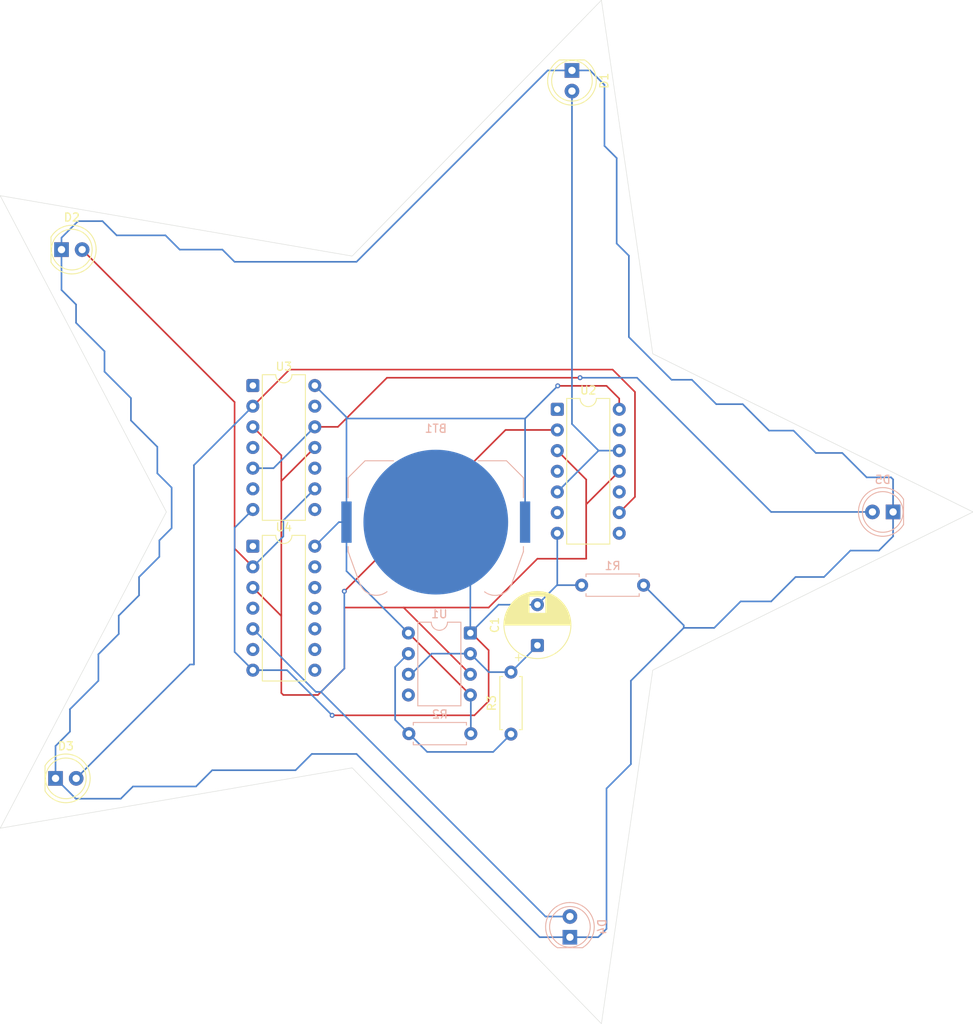
<source format=kicad_pcb>
(kicad_pcb (version 20241229) (generator "pcbnew") (generator_version "9.0")
  (layers (0 "F.Cu" signal) (2 "B.Cu" signal) (13 "F.Paste" user) (15 "B.Paste" user) (5 "F.SilkS" user "F.Silkscreen") (7 "B.SilkS" user "B.Silkscreen") (1 "F.Mask" user) (3 "B.Mask" user) (25 "Edge.Cuts" user))
  (net 0 "")
  (net 1 "Net-(BT1-+)")
  (net 2 "Net-(BT1--)")
  (net 3 "Net-(U1-THR)")
  (net 4 "Net-(D1-A)")
  (net 5 "Net-(D1-K)")
  (net 6 "Net-(D2-A)")
  (net 7 "Net-(D3-A)")
  (net 8 "Net-(D4-A)")
  (net 9 "Net-(D5-A)")
  (net 10 "Net-(U1-DIS)")
  (net 12 "Net-(U1-Q)")
  (footprint "Resistor_THT:R_Axial_DIN0207_L6.3mm_D2.5mm_P7.62mm_Horizontal" (layer "F.Cu") (at 110.75 127.31 90)
    (property "Reference" "R3" (at 3.81 -2.37 90) (layer "F.SilkS"))
    (property "Value" "R")
    (fp_line (start 7.08 -1.37) (end 7.08 -1.04) (stroke (width 0.12)) (layer "F.SilkS"))
    (fp_line (start 0.54 -1.37) (end 7.08 -1.37) (stroke (width 0.12)) (layer "F.SilkS"))
    (fp_line (start 0.54 -1.04) (end 0.54 -1.37) (stroke (width 0.12)) (layer "F.SilkS"))
    (fp_line (start 0.54 1.04) (end 0.54 1.37) (stroke (width 0.12)) (layer "F.SilkS"))
    (fp_line (start 7.08 1.37) (end 7.08 1.04) (stroke (width 0.12)) (layer "F.SilkS"))
    (fp_line (start 0.54 1.37) (end 7.08 1.37) (stroke (width 0.12)) (layer "F.SilkS"))
    (pad "1" thru_hole circle (at 0 0 90) (size 1.6 1.6) (drill 0.8) (layers "*.Cu" "*.Mask") (net 10 "Net-(U1-DIS)"))
    (pad "2" thru_hole circle (at 7.62 0 90) (size 1.6 1.6) (drill 0.8) (layers "*.Cu" "*.Mask") (net 3 "Net-(U1-THR)"))
  )
  (footprint "Package_DIP:DIP-14_W7.62mm" (layer "F.Cu") (at 116.445 87.38)
    (property "Reference" "U2" (at 3.81 -2.33 0) (layer "F.SilkS"))
    (property "Value" "74LS74")
    (fp_line (start 1.16 -1.33) (end 1.16 16.57) (stroke (width 0.12)) (layer "F.SilkS"))
    (fp_line (start 1.16 16.57) (end 6.46 16.57) (stroke (width 0.12)) (layer "F.SilkS"))
    (fp_line (start 2.81 -1.33) (end 1.16 -1.33) (stroke (width 0.12)) (layer "F.SilkS"))
    (fp_line (start 6.46 -1.33) (end 4.81 -1.33) (stroke (width 0.12)) (layer "F.SilkS"))
    (fp_line (start 6.46 16.57) (end 6.46 -1.33) (stroke (width 0.12)) (layer "F.SilkS"))
    (fp_arc (start 4.81 -1.33) (mid 3.81 -0.33) (end 2.81 -1.33) (stroke (width 0.12)) (layer "F.SilkS"))
    (pad "1" thru_hole roundrect (at 0 0) (size 1.6 1.6) (drill 0.8) (layers "*.Cu" "*.Mask") (roundrect_rratio 0.15625))
    (pad "2" thru_hole circle (at 0 2.54) (size 1.6 1.6) (drill 0.8) (layers "*.Cu" "*.Mask") (net 8 "Net-(D4-A)"))
    (pad "3" thru_hole circle (at 0 5.08) (size 1.6 1.6) (drill 0.8) (layers "*.Cu" "*.Mask") (net 12 "Net-(U1-Q)"))
    (pad "4" thru_hole circle (at 0 7.62) (size 1.6 1.6) (drill 0.8) (layers "*.Cu" "*.Mask"))
    (pad "5" thru_hole circle (at 0 10.16) (size 1.6 1.6) (drill 0.8) (layers "*.Cu" "*.Mask") (net 4 "Net-(D1-A)"))
    (pad "6" thru_hole circle (at 0 12.7) (size 1.6 1.6) (drill 0.8) (layers "*.Cu" "*.Mask"))
    (pad "7" thru_hole circle (at 0 15.24) (size 1.6 1.6) (drill 0.8) (layers "*.Cu" "*.Mask") (net 2 "Net-(BT1--)"))
    (pad "8" thru_hole circle (at 7.62 15.24) (size 1.6 1.6) (drill 0.8) (layers "*.Cu" "*.Mask"))
    (pad "9" thru_hole circle (at 7.62 12.7) (size 1.6 1.6) (drill 0.8) (layers "*.Cu" "*.Mask") (net 7 "Net-(D3-A)"))
    (pad "10" thru_hole circle (at 7.62 10.16) (size 1.6 1.6) (drill 0.8) (layers "*.Cu" "*.Mask"))
    (pad "11" thru_hole circle (at 7.62 7.62) (size 1.6 1.6) (drill 0.8) (layers "*.Cu" "*.Mask") (net 12 "Net-(U1-Q)"))
    (pad "12" thru_hole circle (at 7.62 5.08) (size 1.6 1.6) (drill 0.8) (layers "*.Cu" "*.Mask") (net 4 "Net-(D1-A)"))
    (pad "13" thru_hole circle (at 7.62 2.54) (size 1.6 1.6) (drill 0.8) (layers "*.Cu" "*.Mask"))
    (pad "14" thru_hole circle (at 7.62 0) (size 1.6 1.6) (drill 0.8) (layers "*.Cu" "*.Mask") (net 1 "Net-(BT1-+)"))
  )
  (footprint "LED_THT:LED_D5.0mm" (layer "F.Cu") (at 118.25 45.725 -90)
    (property "Reference" "D1" (at 1.27 -3.96 90) (layer "F.SilkS"))
    (property "Value" "LED")
    (fp_line (start -1.29 -1.545) (end -1.29 1.545) (stroke (width 0.12)) (layer "F.SilkS"))
    (fp_arc (start 4.26 0) (mid 2.071779 2.880495) (end -1.29 1.54483) (stroke (width 0.12)) (layer "F.SilkS"))
    (fp_arc (start -1.29 -1.54483) (mid 2.071779 -2.880495) (end 4.26 0) (stroke (width 0.12)) (layer "F.SilkS"))
    (fp_circle (center 1.27 0) (end 3.77 0) (stroke (width 0.12)) (fill no) (layer "F.SilkS"))
    (pad "1" thru_hole rect (at 0 0 270) (size 1.8 1.8) (drill 0.9) (layers "*.Cu" "*.Mask") (net 5 "Net-(D1-K)"))
    (pad "2" thru_hole circle (at 2.54 0 270) (size 1.8 1.8) (drill 0.9) (layers "*.Cu" "*.Mask") (net 4 "Net-(D1-A)"))
  )
  (footprint "Package_DIP:DIP-14_W7.62mm" (layer "F.Cu") (at 79 84.46)
    (property "Reference" "U3" (at 3.81 -2.33 0) (layer "F.SilkS"))
    (property "Value" "74LS74")
    (fp_line (start 1.16 -1.33) (end 1.16 16.57) (stroke (width 0.12)) (layer "F.SilkS"))
    (fp_line (start 1.16 16.57) (end 6.46 16.57) (stroke (width 0.12)) (layer "F.SilkS"))
    (fp_line (start 2.81 -1.33) (end 1.16 -1.33) (stroke (width 0.12)) (layer "F.SilkS"))
    (fp_line (start 6.46 -1.33) (end 4.81 -1.33) (stroke (width 0.12)) (layer "F.SilkS"))
    (fp_line (start 6.46 16.57) (end 6.46 -1.33) (stroke (width 0.12)) (layer "F.SilkS"))
    (fp_arc (start 4.81 -1.33) (mid 3.81 -0.33) (end 2.81 -1.33) (stroke (width 0.12)) (layer "F.SilkS"))
    (pad "1" thru_hole roundrect (at 0 0) (size 1.6 1.6) (drill 0.8) (layers "*.Cu" "*.Mask") (roundrect_rratio 0.15625))
    (pad "2" thru_hole circle (at 0 2.54) (size 1.6 1.6) (drill 0.8) (layers "*.Cu" "*.Mask") (net 7 "Net-(D3-A)"))
    (pad "3" thru_hole circle (at 0 5.08) (size 1.6 1.6) (drill 0.8) (layers "*.Cu" "*.Mask") (net 12 "Net-(U1-Q)"))
    (pad "4" thru_hole circle (at 0 7.62) (size 1.6 1.6) (drill 0.8) (layers "*.Cu" "*.Mask"))
    (pad "5" thru_hole circle (at 0 10.16) (size 1.6 1.6) (drill 0.8) (layers "*.Cu" "*.Mask") (net 9 "Net-(D5-A)"))
    (pad "6" thru_hole circle (at 0 12.7) (size 1.6 1.6) (drill 0.8) (layers "*.Cu" "*.Mask"))
    (pad "7" thru_hole circle (at 0 15.24) (size 1.6 1.6) (drill 0.8) (layers "*.Cu" "*.Mask") (net 2 "Net-(BT1--)"))
    (pad "8" thru_hole circle (at 7.62 15.24) (size 1.6 1.6) (drill 0.8) (layers "*.Cu" "*.Mask"))
    (pad "9" thru_hole circle (at 7.62 12.7) (size 1.6 1.6) (drill 0.8) (layers "*.Cu" "*.Mask") (net 6 "Net-(D2-A)"))
    (pad "10" thru_hole circle (at 7.62 10.16) (size 1.6 1.6) (drill 0.8) (layers "*.Cu" "*.Mask"))
    (pad "11" thru_hole circle (at 7.62 7.62) (size 1.6 1.6) (drill 0.8) (layers "*.Cu" "*.Mask") (net 12 "Net-(U1-Q)"))
    (pad "12" thru_hole circle (at 7.62 5.08) (size 1.6 1.6) (drill 0.8) (layers "*.Cu" "*.Mask") (net 9 "Net-(D5-A)"))
    (pad "13" thru_hole circle (at 7.62 2.54) (size 1.6 1.6) (drill 0.8) (layers "*.Cu" "*.Mask"))
    (pad "14" thru_hole circle (at 7.62 0) (size 1.6 1.6) (drill 0.8) (layers "*.Cu" "*.Mask") (net 1 "Net-(BT1-+)"))
  )
  (footprint "Capacitor_THT:CP_Radial_D8.0mm_P5.00mm" (layer "F.Cu") (at 114 116.402651 90)
    (property "Reference" "C1" (at 2.5 -5.25 90) (layer "F.SilkS"))
    (property "Value" "C")
    (fp_line (start 2.54 -4.08) (end 2.54 4.08) (stroke (width 0.12)) (layer "F.SilkS"))
    (fp_line (start 2.5 -4.08) (end 2.5 4.08) (stroke (width 0.12)) (layer "F.SilkS"))
    (fp_line (start 2.58 -4.079) (end 2.58 4.079) (stroke (width 0.12)) (layer "F.SilkS"))
    (fp_line (start 2.62 -4.078) (end 2.62 4.078) (stroke (width 0.12)) (layer "F.SilkS"))
    (fp_line (start 2.66 -4.077) (end 2.66 4.077) (stroke (width 0.12)) (layer "F.SilkS"))
    (fp_line (start 2.7 -4.075) (end 2.7 4.075) (stroke (width 0.12)) (layer "F.SilkS"))
    (fp_line (start 2.74 -4.073) (end 2.74 4.073) (stroke (width 0.12)) (layer "F.SilkS"))
    (fp_line (start 2.78 -4.07) (end 2.78 4.07) (stroke (width 0.12)) (layer "F.SilkS"))
    (fp_line (start 2.82 -4.068) (end 2.82 4.068) (stroke (width 0.12)) (layer "F.SilkS"))
    (fp_line (start 2.86 -4.064) (end 2.86 4.064) (stroke (width 0.12)) (layer "F.SilkS"))
    (fp_line (start 2.9 -4.061) (end 2.9 4.061) (stroke (width 0.12)) (layer "F.SilkS"))
    (fp_line (start 2.94 -4.056) (end 2.94 4.056) (stroke (width 0.12)) (layer "F.SilkS"))
    (fp_line (start 2.98 -4.052) (end 2.98 4.052) (stroke (width 0.12)) (layer "F.SilkS"))
    (fp_line (start 3.02 -4.047) (end 3.02 4.047) (stroke (width 0.12)) (layer "F.SilkS"))
    (fp_line (start 3.06 -4.042) (end 3.06 4.042) (stroke (width 0.12)) (layer "F.SilkS"))
    (fp_line (start 3.1 -4.036) (end 3.1 4.036) (stroke (width 0.12)) (layer "F.SilkS"))
    (fp_line (start 3.14 -4.03) (end 3.14 4.03) (stroke (width 0.12)) (layer "F.SilkS"))
    (fp_line (start 3.18 -4.023) (end 3.18 4.023) (stroke (width 0.12)) (layer "F.SilkS"))
    (fp_line (start 3.22 -4.017) (end 3.22 4.017) (stroke (width 0.12)) (layer "F.SilkS"))
    (fp_line (start 3.26 -4.009) (end 3.26 4.009) (stroke (width 0.12)) (layer "F.SilkS"))
    (fp_line (start 3.3 -4.002) (end 3.3 4.002) (stroke (width 0.12)) (layer "F.SilkS"))
    (fp_line (start 3.34 -3.993) (end 3.34 3.993) (stroke (width 0.12)) (layer "F.SilkS"))
    (fp_line (start 3.38 -3.985) (end 3.38 3.985) (stroke (width 0.12)) (layer "F.SilkS"))
    (fp_line (start 3.42 -3.976) (end 3.42 3.976) (stroke (width 0.12)) (layer "F.SilkS"))
    (fp_line (start 3.46 -3.967) (end 3.46 3.967) (stroke (width 0.12)) (layer "F.SilkS"))
    (fp_line (start 3.5 -3.957) (end 3.5 3.957) (stroke (width 0.12)) (layer "F.SilkS"))
    (fp_line (start 3.54 -3.947) (end 3.54 3.947) (stroke (width 0.12)) (layer "F.SilkS"))
    (fp_line (start 3.58 -3.936) (end 3.58 3.936) (stroke (width 0.12)) (layer "F.SilkS"))
    (fp_line (start 3.62 -3.925) (end 3.62 3.925) (stroke (width 0.12)) (layer "F.SilkS"))
    (fp_line (start 3.66 -3.913) (end 3.66 3.913) (stroke (width 0.12)) (layer "F.SilkS"))
    (fp_line (start 3.7 -3.901) (end 3.7 3.901) (stroke (width 0.12)) (layer "F.SilkS"))
    (fp_line (start 3.74 -3.889) (end 3.74 3.889) (stroke (width 0.12)) (layer "F.SilkS"))
    (fp_line (start 3.78 -3.876) (end 3.78 3.876) (stroke (width 0.12)) (layer "F.SilkS"))
    (fp_line (start 3.82 -3.863) (end 3.82 3.863) (stroke (width 0.12)) (layer "F.SilkS"))
    (fp_line (start 3.86 -3.849) (end 3.86 3.849) (stroke (width 0.12)) (layer "F.SilkS"))
    (fp_line (start 3.9 -3.835) (end 3.9 3.835) (stroke (width 0.12)) (layer "F.SilkS"))
    (fp_line (start 3.94 -3.82) (end 3.94 3.82) (stroke (width 0.12)) (layer "F.SilkS"))
    (fp_line (start 3.98 -3.805) (end 3.98 -1.04) (stroke (width 0.12)) (layer "F.SilkS"))
    (fp_line (start 4.02 -3.789) (end 4.02 -1.04) (stroke (width 0.12)) (layer "F.SilkS"))
    (fp_line (start 4.06 -3.773) (end 4.06 -1.04) (stroke (width 0.12)) (layer "F.SilkS"))
    (fp_line (start 4.1 -3.757) (end 4.1 -1.04) (stroke (width 0.12)) (layer "F.SilkS"))
    (fp_line (start 4.14 -3.74) (end 4.14 -1.04) (stroke (width 0.12)) (layer "F.SilkS"))
    (fp_line (start 4.18 -3.722) (end 4.18 -1.04) (stroke (width 0.12)) (layer "F.SilkS"))
    (fp_line (start 4.22 -3.704) (end 4.22 -1.04) (stroke (width 0.12)) (layer "F.SilkS"))
    (fp_line (start 4.26 -3.685) (end 4.26 -1.04) (stroke (width 0.12)) (layer "F.SilkS"))
    (fp_line (start 4.3 -3.666) (end 4.3 -1.04) (stroke (width 0.12)) (layer "F.SilkS"))
    (fp_line (start 4.34 -3.646) (end 4.34 -1.04) (stroke (width 0.12)) (layer "F.SilkS"))
    (fp_line (start 4.38 -3.626) (end 4.38 -1.04) (stroke (width 0.12)) (layer "F.SilkS"))
    (fp_line (start 4.42 -3.605) (end 4.42 -1.04) (stroke (width 0.12)) (layer "F.SilkS"))
    (fp_line (start 4.46 -3.584) (end 4.46 -1.04) (stroke (width 0.12)) (layer "F.SilkS"))
    (fp_line (start 4.5 -3.562) (end 4.5 -1.04) (stroke (width 0.12)) (layer "F.SilkS"))
    (fp_line (start 4.54 -3.539) (end 4.54 -1.04) (stroke (width 0.12)) (layer "F.SilkS"))
    (fp_line (start 4.58 -3.516) (end 4.58 -1.04) (stroke (width 0.12)) (layer "F.SilkS"))
    (fp_line (start 4.62 -3.493) (end 4.62 -1.04) (stroke (width 0.12)) (layer "F.SilkS"))
    (fp_line (start 4.66 -3.468) (end 4.66 -1.04) (stroke (width 0.12)) (layer "F.SilkS"))
    (fp_line (start 4.7 -3.443) (end 4.7 -1.04) (stroke (width 0.12)) (layer "F.SilkS"))
    (fp_line (start 4.74 -3.418) (end 4.74 -1.04) (stroke (width 0.12)) (layer "F.SilkS"))
    (fp_line (start 4.78 -3.392) (end 4.78 -1.04) (stroke (width 0.12)) (layer "F.SilkS"))
    (fp_line (start 4.82 -3.365) (end 4.82 -1.04) (stroke (width 0.12)) (layer "F.SilkS"))
    (fp_line (start 4.86 -3.337) (end 4.86 -1.04) (stroke (width 0.12)) (layer "F.SilkS"))
    (fp_line (start 4.9 -3.309) (end 4.9 -1.04) (stroke (width 0.12)) (layer "F.SilkS"))
    (fp_line (start 4.94 -3.28) (end 4.94 -1.04) (stroke (width 0.12)) (layer "F.SilkS"))
    (fp_line (start 4.98 -3.25) (end 4.98 -1.04) (stroke (width 0.12)) (layer "F.SilkS"))
    (fp_line (start 5.02 -3.219) (end 5.02 -1.04) (stroke (width 0.12)) (layer "F.SilkS"))
    (fp_line (start 5.06 -3.188) (end 5.06 -1.04) (stroke (width 0.12)) (layer "F.SilkS"))
    (fp_line (start 5.1 -3.156) (end 5.1 -1.04) (stroke (width 0.12)) (layer "F.SilkS"))
    (fp_line (start 5.14 -3.123) (end 5.14 -1.04) (stroke (width 0.12)) (layer "F.SilkS"))
    (fp_line (start 5.18 -3.089) (end 5.18 -1.04) (stroke (width 0.12)) (layer "F.SilkS"))
    (fp_line (start 5.22 -3.055) (end 5.22 -1.04) (stroke (width 0.12)) (layer "F.SilkS"))
    (fp_line (start 5.26 -3.019) (end 5.26 -1.04) (stroke (width 0.12)) (layer "F.SilkS"))
    (fp_line (start 5.3 -2.982) (end 5.3 -1.04) (stroke (width 0.12)) (layer "F.SilkS"))
    (fp_line (start 5.34 -2.945) (end 5.34 -1.04) (stroke (width 0.12)) (layer "F.SilkS"))
    (fp_line (start 5.38 -2.906) (end 5.38 -1.04) (stroke (width 0.12)) (layer "F.SilkS"))
    (fp_line (start 5.42 -2.867) (end 5.42 -1.04) (stroke (width 0.12)) (layer "F.SilkS"))
    (fp_line (start 5.46 -2.826) (end 5.46 -1.04) (stroke (width 0.12)) (layer "F.SilkS"))
    (fp_line (start 5.5 -2.784) (end 5.5 -1.04) (stroke (width 0.12)) (layer "F.SilkS"))
    (fp_line (start 5.54 -2.741) (end 5.54 -1.04) (stroke (width 0.12)) (layer "F.SilkS"))
    (fp_line (start -1.509698 -2.715) (end -1.509698 -1.915) (stroke (width 0.12)) (layer "F.SilkS"))
    (fp_line (start 5.58 -2.696) (end 5.58 -1.04) (stroke (width 0.12)) (layer "F.SilkS"))
    (fp_line (start 5.62 -2.651) (end 5.62 -1.04) (stroke (width 0.12)) (layer "F.SilkS"))
    (fp_line (start 5.66 -2.604) (end 5.66 -1.04) (stroke (width 0.12)) (layer "F.SilkS"))
    (fp_line (start 5.7 -2.555) (end 5.7 -1.04) (stroke (width 0.12)) (layer "F.SilkS"))
    (fp_line (start 5.74 -2.505) (end 5.74 -1.04) (stroke (width 0.12)) (layer "F.SilkS"))
    (fp_line (start 5.78 -2.453) (end 5.78 -1.04) (stroke (width 0.12)) (layer "F.SilkS"))
    (fp_line (start 5.82 -2.4) (end 5.82 -1.04) (stroke (width 0.12)) (layer "F.SilkS"))
    (fp_line (start 5.86 -2.344) (end 5.86 -1.04) (stroke (width 0.12)) (layer "F.SilkS"))
    (fp_line (start -1.909698 -2.315) (end -1.109698 -2.315) (stroke (width 0.12)) (layer "F.SilkS"))
    (fp_line (start 5.9 -2.287) (end 5.9 -1.04) (stroke (width 0.12)) (layer "F.SilkS"))
    (fp_line (start 5.94 -2.227) (end 5.94 -1.04) (stroke (width 0.12)) (layer "F.SilkS"))
    (fp_line (start 5.98 -2.165) (end 5.98 -1.04) (stroke (width 0.12)) (layer "F.SilkS"))
    (fp_line (start 6.02 -2.101) (end 6.02 -1.04) (stroke (width 0.12)) (layer "F.SilkS"))
    (fp_line (start 6.06 -2.034) (end 6.06 2.034) (stroke (width 0.12)) (layer "F.SilkS"))
    (fp_line (start 6.1 -1.964) (end 6.1 1.964) (stroke (width 0.12)) (layer "F.SilkS"))
    (fp_line (start 6.14 -1.89) (end 6.14 1.89) (stroke (width 0.12)) (layer "F.SilkS"))
    (fp_line (start 6.18 -1.813) (end 6.18 1.813) (stroke (width 0.12)) (layer "F.SilkS"))
    (fp_line (start 6.22 -1.731) (end 6.22 1.731) (stroke (width 0.12)) (layer "F.SilkS"))
    (fp_line (start 6.26 -1.644) (end 6.26 1.644) (stroke (width 0.12)) (layer "F.SilkS"))
    (fp_line (start 6.3 -1.552) (end 6.3 1.552) (stroke (width 0.12)) (layer "F.SilkS"))
    (fp_line (start 6.34 -1.453) (end 6.34 1.453) (stroke (width 0.12)) (layer "F.SilkS"))
    (fp_line (start 6.38 -1.346) (end 6.38 1.346) (stroke (width 0.12)) (layer "F.SilkS"))
    (fp_line (start 6.42 -1.228) (end 6.42 1.228) (stroke (width 0.12)) (layer "F.SilkS"))
    (fp_line (start 6.46 -1.097) (end 6.46 1.097) (stroke (width 0.12)) (layer "F.SilkS"))
    (fp_line (start 6.5 -0.947) (end 6.5 0.947) (stroke (width 0.12)) (layer "F.SilkS"))
    (fp_line (start 6.54 -0.768) (end 6.54 0.768) (stroke (width 0.12)) (layer "F.SilkS"))
    (fp_line (start 6.58 -0.533) (end 6.58 0.533) (stroke (width 0.12)) (layer "F.SilkS"))
    (fp_line (start 6.02 1.04) (end 6.02 2.101) (stroke (width 0.12)) (layer "F.SilkS"))
    (fp_line (start 5.98 1.04) (end 5.98 2.165) (stroke (width 0.12)) (layer "F.SilkS"))
    (fp_line (start 5.94 1.04) (end 5.94 2.227) (stroke (width 0.12)) (layer "F.SilkS"))
    (fp_line (start 5.9 1.04) (end 5.9 2.287) (stroke (width 0.12)) (layer "F.SilkS"))
    (fp_line (start 5.86 1.04) (end 5.86 2.344) (stroke (width 0.12)) (layer "F.SilkS"))
    (fp_line (start 5.82 1.04) (end 5.82 2.4) (stroke (width 0.12)) (layer "F.SilkS"))
    (fp_line (start 5.78 1.04) (end 5.78 2.453) (stroke (width 0.12)) (layer "F.SilkS"))
    (fp_line (start 5.74 1.04) (end 5.74 2.505) (stroke (width 0.12)) (layer "F.SilkS"))
    (fp_line (start 5.7 1.04) (end 5.7 2.555) (stroke (width 0.12)) (layer "F.SilkS"))
    (fp_line (start 5.66 1.04) (end 5.66 2.604) (stroke (width 0.12)) (layer "F.SilkS"))
    (fp_line (start 5.62 1.04) (end 5.62 2.651) (stroke (width 0.12)) (layer "F.SilkS"))
    (fp_line (start 5.58 1.04) (end 5.58 2.696) (stroke (width 0.12)) (layer "F.SilkS"))
    (fp_line (start 5.54 1.04) (end 5.54 2.741) (stroke (width 0.12)) (layer "F.SilkS"))
    (fp_line (start 5.5 1.04) (end 5.5 2.784) (stroke (width 0.12)) (layer "F.SilkS"))
    (fp_line (start 5.46 1.04) (end 5.46 2.826) (stroke (width 0.12)) (layer "F.SilkS"))
    (fp_line (start 5.42 1.04) (end 5.42 2.867) (stroke (width 0.12)) (layer "F.SilkS"))
    (fp_line (start 5.38 1.04) (end 5.38 2.906) (stroke (width 0.12)) (layer "F.SilkS"))
    (fp_line (start 5.34 1.04) (end 5.34 2.945) (stroke (width 0.12)) (layer "F.SilkS"))
    (fp_line (start 5.3 1.04) (end 5.3 2.982) (stroke (width 0.12)) (layer "F.SilkS"))
    (fp_line (start 5.26 1.04) (end 5.26 3.019) (stroke (width 0.12)) (layer "F.SilkS"))
    (fp_line (start 5.22 1.04) (end 5.22 3.055) (stroke (width 0.12)) (layer "F.SilkS"))
    (fp_line (start 5.18 1.04) (end 5.18 3.089) (stroke (width 0.12)) (layer "F.SilkS"))
    (fp_line (start 5.14 1.04) (end 5.14 3.123) (stroke (width 0.12)) (layer "F.SilkS"))
    (fp_line (start 5.1 1.04) (end 5.1 3.156) (stroke (width 0.12)) (layer "F.SilkS"))
    (fp_line (start 5.06 1.04) (end 5.06 3.188) (stroke (width 0.12)) (layer "F.SilkS"))
    (fp_line (start 5.02 1.04) (end 5.02 3.219) (stroke (width 0.12)) (layer "F.SilkS"))
    (fp_line (start 4.98 1.04) (end 4.98 3.25) (stroke (width 0.12)) (layer "F.SilkS"))
    (fp_line (start 4.94 1.04) (end 4.94 3.28) (stroke (width 0.12)) (layer "F.SilkS"))
    (fp_line (start 4.9 1.04) (end 4.9 3.309) (stroke (width 0.12)) (layer "F.SilkS"))
    (fp_line (start 4.86 1.04) (end 4.86 3.337) (stroke (width 0.12)) (layer "F.SilkS"))
    (fp_line (start 4.82 1.04) (end 4.82 3.365) (stroke (width 0.12)) (layer "F.SilkS"))
    (fp_line (start 4.78 1.04) (end 4.78 3.392) (stroke (width 0.12)) (layer "F.SilkS"))
    (fp_line (start 4.74 1.04) (end 4.74 3.418) (stroke (width 0.12)) (layer "F.SilkS"))
    (fp_line (start 4.7 1.04) (end 4.7 3.443) (stroke (width 0.12)) (layer "F.SilkS"))
    (fp_line (start 4.66 1.04) (end 4.66 3.468) (stroke (width 0.12)) (layer "F.SilkS"))
    (fp_line (start 4.62 1.04) (end 4.62 3.493) (stroke (width 0.12)) (layer "F.SilkS"))
    (fp_line (start 4.58 1.04) (end 4.58 3.516) (stroke (width 0.12)) (layer "F.SilkS"))
    (fp_line (start 4.54 1.04) (end 4.54 3.539) (stroke (width 0.12)) (layer "F.SilkS"))
    (fp_line (start 4.5 1.04) (end 4.5 3.562) (stroke (width 0.12)) (layer "F.SilkS"))
    (fp_line (start 4.46 1.04) (end 4.46 3.584) (stroke (width 0.12)) (layer "F.SilkS"))
    (fp_line (start 4.42 1.04) (end 4.42 3.605) (stroke (width 0.12)) (layer "F.SilkS"))
    (fp_line (start 4.38 1.04) (end 4.38 3.626) (stroke (width 0.12)) (layer "F.SilkS"))
    (fp_line (start 4.34 1.04) (end 4.34 3.646) (stroke (width 0.12)) (layer "F.SilkS"))
    (fp_line (start 4.3 1.04) (end 4.3 3.666) (stroke (width 0.12)) (layer "F.SilkS"))
    (fp_line (start 4.26 1.04) (end 4.26 3.685) (stroke (width 0.12)) (layer "F.SilkS"))
    (fp_line (start 4.22 1.04) (end 4.22 3.704) (stroke (width 0.12)) (layer "F.SilkS"))
    (fp_line (start 4.18 1.04) (end 4.18 3.722) (stroke (width 0.12)) (layer "F.SilkS"))
    (fp_line (start 4.14 1.04) (end 4.14 3.74) (stroke (width 0.12)) (layer "F.SilkS"))
    (fp_line (start 4.1 1.04) (end 4.1 3.757) (stroke (width 0.12)) (layer "F.SilkS"))
    (fp_line (start 4.06 1.04) (end 4.06 3.773) (stroke (width 0.12)) (layer "F.SilkS"))
    (fp_line (start 4.02 1.04) (end 4.02 3.789) (stroke (width 0.12)) (layer "F.SilkS"))
    (fp_line (start 3.98 1.04) (end 3.98 3.805) (stroke (width 0.12)) (layer "F.SilkS"))
    (fp_circle (center 2.5 0) (end 6.62 0) (stroke (width 0.12)) (fill no) (layer "F.SilkS"))
    (pad "1" thru_hole roundrect (at 0 0 90) (size 1.6 1.6) (drill 0.8) (layers "*.Cu" "*.Mask") (roundrect_rratio 0.15625) (net 3 "Net-(U1-THR)"))
    (pad "2" thru_hole circle (at 5 0 90) (size 1.6 1.6) (drill 0.8) (layers "*.Cu" "*.Mask") (net 2 "Net-(BT1--)"))
  )
  (footprint "Package_DIP:DIP-14_W7.62mm" (layer "F.Cu") (at 79 104.21)
    (property "Reference" "U4" (at 3.81 -2.33 0) (layer "F.SilkS"))
    (property "Value" "74LS74")
    (fp_line (start 1.16 -1.33) (end 1.16 16.57) (stroke (width 0.12)) (layer "F.SilkS"))
    (fp_line (start 1.16 16.57) (end 6.46 16.57) (stroke (width 0.12)) (layer "F.SilkS"))
    (fp_line (start 2.81 -1.33) (end 1.16 -1.33) (stroke (width 0.12)) (layer "F.SilkS"))
    (fp_line (start 6.46 -1.33) (end 4.81 -1.33) (stroke (width 0.12)) (layer "F.SilkS"))
    (fp_line (start 6.46 16.57) (end 6.46 -1.33) (stroke (width 0.12)) (layer "F.SilkS"))
    (fp_arc (start 4.81 -1.33) (mid 3.81 -0.33) (end 2.81 -1.33) (stroke (width 0.12)) (layer "F.SilkS"))
    (pad "1" thru_hole roundrect (at 0 0) (size 1.6 1.6) (drill 0.8) (layers "*.Cu" "*.Mask") (roundrect_rratio 0.15625))
    (pad "2" thru_hole circle (at 0 2.54) (size 1.6 1.6) (drill 0.8) (layers "*.Cu" "*.Mask") (net 6 "Net-(D2-A)"))
    (pad "3" thru_hole circle (at 0 5.08) (size 1.6 1.6) (drill 0.8) (layers "*.Cu" "*.Mask") (net 12 "Net-(U1-Q)"))
    (pad "4" thru_hole circle (at 0 7.62) (size 1.6 1.6) (drill 0.8) (layers "*.Cu" "*.Mask"))
    (pad "5" thru_hole circle (at 0 10.16) (size 1.6 1.6) (drill 0.8) (layers "*.Cu" "*.Mask") (net 8 "Net-(D4-A)"))
    (pad "6" thru_hole circle (at 0 12.7) (size 1.6 1.6) (drill 0.8) (layers "*.Cu" "*.Mask"))
    (pad "7" thru_hole circle (at 0 15.24) (size 1.6 1.6) (drill 0.8) (layers "*.Cu" "*.Mask") (net 2 "Net-(BT1--)"))
    (pad "8" thru_hole circle (at 7.62 15.24) (size 1.6 1.6) (drill 0.8) (layers "*.Cu" "*.Mask"))
    (pad "9" thru_hole circle (at 7.62 12.7) (size 1.6 1.6) (drill 0.8) (layers "*.Cu" "*.Mask"))
    (pad "10" thru_hole circle (at 7.62 10.16) (size 1.6 1.6) (drill 0.8) (layers "*.Cu" "*.Mask"))
    (pad "11" thru_hole circle (at 7.62 7.62) (size 1.6 1.6) (drill 0.8) (layers "*.Cu" "*.Mask"))
    (pad "12" thru_hole circle (at 7.62 5.08) (size 1.6 1.6) (drill 0.8) (layers "*.Cu" "*.Mask"))
    (pad "13" thru_hole circle (at 7.62 2.54) (size 1.6 1.6) (drill 0.8) (layers "*.Cu" "*.Mask"))
    (pad "14" thru_hole circle (at 7.62 0) (size 1.6 1.6) (drill 0.8) (layers "*.Cu" "*.Mask") (net 1 "Net-(BT1-+)"))
  )
  (footprint "LED_THT:LED_D5.0mm" (layer "F.Cu") (at 54.725 132.75)
    (property "Reference" "D3" (at 1.27 -3.96 0) (layer "F.SilkS"))
    (property "Value" "LED")
    (fp_line (start -1.29 -1.545) (end -1.29 1.545) (stroke (width 0.12)) (layer "F.SilkS"))
    (fp_arc (start -1.29 -1.54483) (mid 2.071779 -2.880495) (end 4.26 0) (stroke (width 0.12)) (layer "F.SilkS"))
    (fp_arc (start 4.26 0) (mid 2.071779 2.880495) (end -1.29 1.54483) (stroke (width 0.12)) (layer "F.SilkS"))
    (fp_circle (center 1.27 0) (end 3.77 0) (stroke (width 0.12)) (fill no) (layer "F.SilkS"))
    (pad "1" thru_hole rect (at 0 0) (size 1.8 1.8) (drill 0.9) (layers "*.Cu" "*.Mask") (net 5 "Net-(D1-K)"))
    (pad "2" thru_hole circle (at 2.54 0) (size 1.8 1.8) (drill 0.9) (layers "*.Cu" "*.Mask") (net 7 "Net-(D3-A)"))
  )
  (footprint "LED_THT:LED_D5.0mm" (layer "F.Cu") (at 55.46 67.75)
    (property "Reference" "D2" (at 1.27 -3.96 0) (layer "F.SilkS"))
    (property "Value" "LED")
    (fp_line (start -1.29 -1.545) (end -1.29 1.545) (stroke (width 0.12)) (layer "F.SilkS"))
    (fp_arc (start -1.29 -1.54483) (mid 2.071779 -2.880495) (end 4.26 0) (stroke (width 0.12)) (layer "F.SilkS"))
    (fp_arc (start 4.26 0) (mid 2.071779 2.880495) (end -1.29 1.54483) (stroke (width 0.12)) (layer "F.SilkS"))
    (fp_circle (center 1.27 0) (end 3.77 0) (stroke (width 0.12)) (fill no) (layer "F.SilkS"))
    (pad "1" thru_hole rect (at 0 0) (size 1.8 1.8) (drill 0.9) (layers "*.Cu" "*.Mask") (net 5 "Net-(D1-K)"))
    (pad "2" thru_hole circle (at 2.54 0) (size 1.8 1.8) (drill 0.9) (layers "*.Cu" "*.Mask") (net 6 "Net-(D2-A)"))
  )
  (footprint "LED_THT:LED_D5.0mm" (layer "B.Cu") (at 157.75 100 180)
    (property "Reference" "D5" (at 1.27 3.96 0) (layer "B.SilkS") (effects (justify mirror)))
    (property "Value" "LED")
    (fp_line (start -1.29 1.545) (end -1.29 -1.545) (stroke (width 0.12)) (layer "B.SilkS"))
    (fp_arc (start 4.26 0) (mid 2.071779 2.880495) (end -1.29 1.54483) (stroke (width 0.12)) (layer "B.SilkS"))
    (fp_arc (start -1.29 -1.54483) (mid 2.071779 -2.880495) (end 4.26 0) (stroke (width 0.12)) (layer "B.SilkS"))
    (fp_circle (center 1.27 0) (end 3.77 0) (stroke (width 0.12)) (fill no) (layer "B.SilkS"))
    (pad "1" thru_hole rect (at 0 0 180) (size 1.8 1.8) (drill 0.9) (layers "*.Cu" "*.Mask") (net 5 "Net-(D1-K)"))
    (pad "2" thru_hole circle (at 2.54 0 180) (size 1.8 1.8) (drill 0.9) (layers "*.Cu" "*.Mask") (net 9 "Net-(D5-A)"))
  )
  (footprint "Package_DIP:DIP-8_W7.62mm" (layer "B.Cu") (at 105.75 114.88 180)
    (property "Reference" "U1" (at 3.81 2.33 0) (layer "B.SilkS") (effects (justify mirror)))
    (property "Value" "LM555xN")
    (fp_line (start 6.46 1.33) (end 4.81 1.33) (stroke (width 0.12)) (layer "B.SilkS"))
    (fp_line (start 6.46 -8.95) (end 6.46 1.33) (stroke (width 0.12)) (layer "B.SilkS"))
    (fp_line (start 2.81 1.33) (end 1.16 1.33) (stroke (width 0.12)) (layer "B.SilkS"))
    (fp_line (start 1.16 1.33) (end 1.16 -8.95) (stroke (width 0.12)) (layer "B.SilkS"))
    (fp_line (start 1.16 -8.95) (end 6.46 -8.95) (stroke (width 0.12)) (layer "B.SilkS"))
    (fp_arc (start 2.81 1.33) (mid 3.81 0.33) (end 4.81 1.33) (stroke (width 0.12)) (layer "B.SilkS"))
    (pad "1" thru_hole roundrect (at 0 0 180) (size 1.6 1.6) (drill 0.8) (layers "*.Cu" "*.Mask") (roundrect_rratio 0.15625) (net 2 "Net-(BT1--)"))
    (pad "2" thru_hole circle (at 0 -2.54 180) (size 1.6 1.6) (drill 0.8) (layers "*.Cu" "*.Mask") (net 3 "Net-(U1-THR)"))
    (pad "3" thru_hole circle (at 0 -5.08 180) (size 1.6 1.6) (drill 0.8) (layers "*.Cu" "*.Mask") (net 12 "Net-(U1-Q)"))
    (pad "4" thru_hole circle (at 0 -7.62 180) (size 1.6 1.6) (drill 0.8) (layers "*.Cu" "*.Mask") (net 1 "Net-(BT1-+)"))
    (pad "5" thru_hole circle (at 7.62 -7.62 180) (size 1.6 1.6) (drill 0.8) (layers "*.Cu" "*.Mask"))
    (pad "6" thru_hole circle (at 7.62 -5.08 180) (size 1.6 1.6) (drill 0.8) (layers "*.Cu" "*.Mask") (net 3 "Net-(U1-THR)"))
    (pad "7" thru_hole circle (at 7.62 -2.54 180) (size 1.6 1.6) (drill 0.8) (layers "*.Cu" "*.Mask") (net 10 "Net-(U1-DIS)"))
    (pad "8" thru_hole circle (at 7.62 0 180) (size 1.6 1.6) (drill 0.8) (layers "*.Cu" "*.Mask") (net 1 "Net-(BT1-+)"))
  )
  (footprint "Battery:BatteryHolder_Keystone_3034_1x20mm" (layer "B.Cu") (at 101.5 101.25 180)
    (property "Reference" "BT1" (at 0 11.5 0) (layer "B.SilkS") (effects (justify mirror)))
    (property "Value" "Battery_Cell")
    (fp_line (start 10.78 5.46) (end 10.78 3) (stroke (width 0.12)) (layer "B.SilkS"))
    (fp_line (start 10.78 -3) (end 10.78 -3.63) (stroke (width 0.12)) (layer "B.SilkS"))
    (fp_line (start 10.78 -3.63) (end 9.34 -7.58) (stroke (width 0.12)) (layer "B.SilkS"))
    (fp_line (start 8.7 7.54) (end 10.78 5.46) (stroke (width 0.12)) (layer "B.SilkS"))
    (fp_line (start 8.7 7.54) (end 5.2 7.54) (stroke (width 0.12)) (layer "B.SilkS"))
    (fp_line (start -5.2 7.54) (end -8.7 7.54) (stroke (width 0.12)) (layer "B.SilkS"))
    (fp_line (start -8.7 7.54) (end -10.78 5.46) (stroke (width 0.12)) (layer "B.SilkS"))
    (fp_line (start -10.78 5.46) (end -10.78 3) (stroke (width 0.12)) (layer "B.SilkS"))
    (fp_line (start -10.78 -3) (end -10.78 -3.63) (stroke (width 0.12)) (layer "B.SilkS"))
    (fp_line (start -10.78 -3.63) (end -9.34 -7.58) (stroke (width 0.12)) (layer "B.SilkS"))
    (fp_arc (start 6 -8.55) (mid 7.90634 -8.911669) (end 9.325243 -7.588169) (stroke (width 0.12)) (layer "B.SilkS"))
    (fp_arc (start -9.34 -7.58) (mid -7.921654 -8.918738) (end -6.003354 -8.56653) (stroke (width 0.12)) (layer "B.SilkS"))
    (pad "1" smd rect (at -10.985 0 180) (size 1.27 5.08) (layers "B.Cu" "B.Mask" "B.Paste") (net 1 "Net-(BT1-+)"))
    (pad "1" smd rect (at 10.985 0 180) (size 1.27 5.08) (layers "B.Cu" "B.Mask" "B.Paste") (net 1 "Net-(BT1-+)"))
    (pad "2" smd circle (at 0 0 180) (size 17.8 17.8) (layers "B.Cu" "B.Mask") (net 2 "Net-(BT1--)"))
  )
  (footprint "Resistor_THT:R_Axial_DIN0207_L6.3mm_D2.5mm_P7.62mm_Horizontal" (layer "B.Cu") (at 127.06 109 180)
    (property "Reference" "R1" (at 3.81 2.37 0) (layer "B.SilkS") (effects (justify mirror)))
    (property "Value" "R")
    (fp_line (start 7.08 1.37) (end 7.08 1.04) (stroke (width 0.12)) (layer "B.SilkS"))
    (fp_line (start 7.08 -1.37) (end 7.08 -1.04) (stroke (width 0.12)) (layer "B.SilkS"))
    (fp_line (start 0.54 1.37) (end 7.08 1.37) (stroke (width 0.12)) (layer "B.SilkS"))
    (fp_line (start 0.54 1.04) (end 0.54 1.37) (stroke (width 0.12)) (layer "B.SilkS"))
    (fp_line (start 0.54 -1.04) (end 0.54 -1.37) (stroke (width 0.12)) (layer "B.SilkS"))
    (fp_line (start 0.54 -1.37) (end 7.08 -1.37) (stroke (width 0.12)) (layer "B.SilkS"))
    (pad "1" thru_hole circle (at 0 0 180) (size 1.6 1.6) (drill 0.8) (layers "*.Cu" "*.Mask") (net 5 "Net-(D1-K)"))
    (pad "2" thru_hole circle (at 7.62 0 180) (size 1.6 1.6) (drill 0.8) (layers "*.Cu" "*.Mask") (net 2 "Net-(BT1--)"))
  )
  (footprint "LED_THT:LED_D5.0mm" (layer "B.Cu") (at 118 152.275 90)
    (property "Reference" "D4" (at 1.27 3.96 90) (layer "B.SilkS") (effects (justify mirror)))
    (property "Value" "LED")
    (fp_line (start -1.29 1.545) (end -1.29 -1.545) (stroke (width 0.12)) (layer "B.SilkS"))
    (fp_arc (start -1.29 -1.54483) (mid 2.071779 -2.880495) (end 4.26 0) (stroke (width 0.12)) (layer "B.SilkS"))
    (fp_arc (start 4.26 0) (mid 2.071779 2.880495) (end -1.29 1.54483) (stroke (width 0.12)) (layer "B.SilkS"))
    (fp_circle (center 1.27 0) (end 3.77 0) (stroke (width 0.12)) (fill no) (layer "B.SilkS"))
    (pad "1" thru_hole rect (at 0 0 90) (size 1.8 1.8) (drill 0.9) (layers "*.Cu" "*.Mask") (net 5 "Net-(D1-K)"))
    (pad "2" thru_hole circle (at 2.54 0 90) (size 1.8 1.8) (drill 0.9) (layers "*.Cu" "*.Mask") (net 8 "Net-(D4-A)"))
  )
  (footprint "Resistor_THT:R_Axial_DIN0207_L6.3mm_D2.5mm_P7.62mm_Horizontal" (layer "B.Cu") (at 105.81 127.25 180)
    (property "Reference" "R2" (at 3.81 2.37 0) (layer "B.SilkS") (effects (justify mirror)))
    (property "Value" "R")
    (fp_line (start 7.08 1.37) (end 7.08 1.04) (stroke (width 0.12)) (layer "B.SilkS"))
    (fp_line (start 7.08 -1.37) (end 7.08 -1.04) (stroke (width 0.12)) (layer "B.SilkS"))
    (fp_line (start 0.54 1.37) (end 7.08 1.37) (stroke (width 0.12)) (layer "B.SilkS"))
    (fp_line (start 0.54 1.04) (end 0.54 1.37) (stroke (width 0.12)) (layer "B.SilkS"))
    (fp_line (start 0.54 -1.04) (end 0.54 -1.37) (stroke (width 0.12)) (layer "B.SilkS"))
    (fp_line (start 0.54 -1.37) (end 7.08 -1.37) (stroke (width 0.12)) (layer "B.SilkS"))
    (pad "1" thru_hole circle (at 0 0 180) (size 1.6 1.6) (drill 0.8) (layers "*.Cu" "*.Mask") (net 1 "Net-(BT1-+)"))
    (pad "2" thru_hole circle (at 7.62 0 180) (size 1.6 1.6) (drill 0.8) (layers "*.Cu" "*.Mask") (net 10 "Net-(U1-DIS)"))
  )
  (gr_poly (pts (xy 128.190186 80.560281) (xy 167.579491 100.000012) (xy 128.190186 119.439737) (xy 121.873787 162.908404) (xy 91.213472 131.454212) (xy 47.92053 138.879606) (xy 68.360751 100.000012) (xy 47.92051 61.12055) (xy 91.213472 68.545818) (xy 121.873787 37.091597)) (stroke (width 0.05)) (fill no) (layer "Edge.Cuts"))
  (segment (start 122.5 84.5) (end 124.065 86.065) (width 0.2) (layer "F.Cu") (net 1))
  (segment (start 116.5 84.5) (end 122.5 84.5) (width 0.2) (layer "F.Cu") (net 1))
  (segment (start 105.75 122.5) (end 98.13 114.88) (width 0.2) (layer "F.Cu") (net 1))
  (segment (start 124.065 86.065) (end 124.065 87.38) (width 0.2) (layer "F.Cu") (net 1))
  (via (at 116.5 84.5) (size 0.6) (drill 0.3) (layers "F.Cu" "B.Cu") (net 1))
  (segment (start 86.62 84.46) (end 90.515 88.355) (width 0.2) (layer "B.Cu") (net 1))
  (segment (start 112.485 101.25) (end 112.485 88.515) (width 0.2) (layer "B.Cu") (net 1))
  (segment (start 90.515 88.355) (end 90.515 88.5) (width 0.2) (layer "B.Cu") (net 1))
  (segment (start 89.58 101.25) (end 90.515 101.25) (width 0.2) (layer "B.Cu") (net 1))
  (segment (start 90.515 107.265) (end 90.515 101.25) (width 0.2) (layer "B.Cu") (net 1))
  (segment (start 105.81 127.25) (end 105.81 122.56) (width 0.2) (layer "B.Cu") (net 1))
  (segment (start 90.53 88.515) (end 90.515 88.5) (width 0.2) (layer "B.Cu") (net 1))
  (segment (start 112.485 88.515) (end 116.5 84.5) (width 0.2) (layer "B.Cu") (net 1))
  (segment (start 105.81 122.56) (end 105.75 122.5) (width 0.2) (layer "B.Cu") (net 1))
  (segment (start 86.62 104.21) (end 89.58 101.25) (width 0.2) (layer "B.Cu") (net 1))
  (segment (start 112.485 88.515) (end 90.53 88.515) (width 0.2) (layer "B.Cu") (net 1))
  (segment (start 90.515 88.5) (end 90.515 101.25) (width 0.2) (layer "B.Cu") (net 1))
  (segment (start 98.13 114.88) (end 90.515 107.265) (width 0.2) (layer "B.Cu") (net 1))
  (segment (start 108 117) (end 105.88 114.88) (width 0.2) (layer "F.Cu") (net 2))
  (segment (start 88.75 125) (end 106.25 125) (width 0.2) (layer "F.Cu") (net 2))
  (segment (start 105.88 114.88) (end 105.75 114.88) (width 0.2) (layer "F.Cu") (net 2))
  (segment (start 108 123.25) (end 108 117) (width 0.2) (layer "F.Cu") (net 2))
  (segment (start 106.25 125) (end 108 123.25) (width 0.2) (layer "F.Cu") (net 2))
  (via (at 88.75 125) (size 0.6) (drill 0.3) (layers "F.Cu" "B.Cu") (net 2))
  (segment (start 116.445 108.957651) (end 114 111.402651) (width 0.2) (layer "B.Cu") (net 2))
  (segment (start 109.227349 111.402651) (end 105.75 114.88) (width 0.2) (layer "B.Cu") (net 2))
  (segment (start 105.75 105.5) (end 101.5 101.25) (width 0.2) (layer "B.Cu") (net 2))
  (segment (start 83.2 119.45) (end 88.75 125) (width 0.2) (layer "B.Cu") (net 2))
  (segment (start 119.44 109) (end 116.487349 109) (width 0.2) (layer "B.Cu") (net 2))
  (segment (start 79 99.7) (end 76.75 101.95) (width 0.2) (layer "B.Cu") (net 2))
  (segment (start 79 119.45) (end 83.2 119.45) (width 0.2) (layer "B.Cu") (net 2))
  (segment (start 116.487349 109) (end 116.445 108.957651) (width 0.2) (layer "B.Cu") (net 2))
  (segment (start 116.445 102.62) (end 116.445 108.957651) (width 0.2) (layer "B.Cu") (net 2))
  (segment (start 102.38 100.37) (end 101.5 101.25) (width 0.2) (layer "B.Cu") (net 2))
  (segment (start 76.75 101.95) (end 76.75 117.2) (width 0.2) (layer "B.Cu") (net 2))
  (segment (start 105.75 114.88) (end 105.75 105.5) (width 0.2) (layer "B.Cu") (net 2))
  (segment (start 76.75 117.2) (end 79 119.45) (width 0.2) (layer "B.Cu") (net 2))
  (segment (start 114 111.402651) (end 109.227349 111.402651) (width 0.2) (layer "B.Cu") (net 2))
  (segment (start 108.02 119.69) (end 105.75 117.42) (width 0.2) (layer "B.Cu") (net 3))
  (segment (start 101 117.42) (end 105.75 117.42) (width 0.2) (layer "B.Cu") (net 3))
  (segment (start 114 116.44) (end 114 116.402651) (width 0.2) (layer "B.Cu") (net 3))
  (segment (start 98.46 119.96) (end 101 117.42) (width 0.2) (layer "B.Cu") (net 3))
  (segment (start 110.75 119.69) (end 114 116.44) (width 0.2) (layer "B.Cu") (net 3))
  (segment (start 110.75 119.69) (end 108.02 119.69) (width 0.2) (layer "B.Cu") (net 3))
  (segment (start 98.13 119.96) (end 98.46 119.96) (width 0.2) (layer "B.Cu") (net 3))
  (segment (start 124.065 92.46) (end 121.525 92.46) (width 0.2) (layer "B.Cu") (net 4))
  (segment (start 118.25 48.265) (end 118.25 89.185) (width 0.2) (layer "B.Cu") (net 4))
  (segment (start 118.25 89.185) (end 121.525 92.46) (width 0.2) (layer "B.Cu") (net 4))
  (segment (start 121.525 92.46) (end 116.445 97.54) (width 0.2) (layer "B.Cu") (net 4))
  (segment (start 136 86.75) (end 139.25 86.75) (width 0.2) (layer "B.Cu") (net 5))
  (segment (start 69.008557 97.008557) (end 67.25 95.25) (width 0.2) (layer "B.Cu") (net 5))
  (segment (start 151.5 92.75) (end 154.5 95.75) (width 0.2) (layer "B.Cu") (net 5))
  (segment (start 65 110.25) (end 65 108) (width 0.2) (layer "B.Cu") (net 5))
  (segment (start 122.5 151.25) (end 122.25 151.5) (width 0.2) (layer "B.Cu") (net 5))
  (segment (start 60.75 80.25) (end 57.25 76.75) (width 0.2) (layer "B.Cu") (net 5))
  (segment (start 62.75 135.25) (end 64.25 133.75) (width 0.2) (layer "B.Cu") (net 5))
  (segment (start 125.25 68.5) (end 125.25 78.5) (width 0.2) (layer "B.Cu") (net 5))
  (segment (start 123.75 56.5) (end 123.75 67) (width 0.2) (layer "B.Cu") (net 5))
  (segment (start 115.275 45.725) (end 118.25 45.725) (width 0.2) (layer "B.Cu") (net 5))
  (segment (start 55.46 67.75) (end 55.46 66.29) (width 0.2) (layer "B.Cu") (net 5))
  (segment (start 125.5 131) (end 122.5 134) (width 0.2) (layer "B.Cu") (net 5))
  (segment (start 157.75 103) (end 156 104.75) (width 0.2) (layer "B.Cu") (net 5))
  (segment (start 120.475 45.725) (end 122.25 47.5) (width 0.2) (layer "B.Cu") (net 5))
  (segment (start 154.5 95.75) (end 157.5 95.75) (width 0.2) (layer "B.Cu") (net 5))
  (segment (start 157.75 96) (end 157.75 100) (width 0.2) (layer "B.Cu") (net 5))
  (segment (start 55.46 66.29) (end 57.5 64.25) (width 0.2) (layer "B.Cu") (net 5))
  (segment (start 60.75 82.75) (end 60.75 80.25) (width 0.2) (layer "B.Cu") (net 5))
  (segment (start 145.5 90) (end 148.25 92.75) (width 0.2) (layer "B.Cu") (net 5))
  (segment (start 72 133.75) (end 74 131.75) (width 0.2) (layer "B.Cu") (net 5))
  (segment (start 122.25 55) (end 123.75 56.5) (width 0.2) (layer "B.Cu") (net 5))
  (segment (start 148.25 92.75) (end 151.5 92.75) (width 0.2) (layer "B.Cu") (net 5))
  (segment (start 132 113.94) (end 132 114.25) (width 0.2) (layer "B.Cu") (net 5))
  (segment (start 118 152.275) (end 114.275 152.275) (width 0.2) (layer "B.Cu") (net 5))
  (segment (start 122.25 47.5) (end 122.25 55) (width 0.2) (layer "B.Cu") (net 5))
  (segment (start 56.5 124.25) (end 60 120.75) (width 0.2) (layer "B.Cu") (net 5))
  (segment (start 60 120.75) (end 60 117.5) (width 0.2) (layer "B.Cu") (net 5))
  (segment (start 139 111) (end 135.75 114.25) (width 0.2) (layer "B.Cu") (net 5))
  (segment (start 67.5 103.5) (end 69.008557 101.991443) (width 0.2) (layer "B.Cu") (net 5))
  (segment (start 91.75 69.25) (end 115.275 45.725) (width 0.2) (layer "B.Cu") (net 5))
  (segment (start 114.275 152.275) (end 91.75 129.75) (width 0.2) (layer "B.Cu") (net 5))
  (segment (start 60.5 64.25) (end 62.25 66) (width 0.2) (layer "B.Cu") (net 5))
  (segment (start 57.5 64.25) (end 60.5 64.25) (width 0.2) (layer "B.Cu") (net 5))
  (segment (start 86.25 129.75) (end 91.75 129.75) (width 0.2) (layer "B.Cu") (net 5))
  (segment (start 64 86) (end 60.75 82.75) (width 0.2) (layer "B.Cu") (net 5))
  (segment (start 54.725 132.75) (end 57.225 135.25) (width 0.2) (layer "B.Cu") (net 5))
  (segment (start 133 83.75) (end 136 86.75) (width 0.2) (layer "B.Cu") (net 5))
  (segment (start 125.5 120.75) (end 125.5 131) (width 0.2) (layer "B.Cu") (net 5))
  (segment (start 132 114.25) (end 125.5 120.75) (width 0.2) (layer "B.Cu") (net 5))
  (segment (start 125.25 78.5) (end 130.5 83.75) (width 0.2) (layer "B.Cu") (net 5))
  (segment (start 56.5 127) (end 56.5 124.25) (width 0.2) (layer "B.Cu") (net 5))
  (segment (start 157.75 100) (end 157.75 103) (width 0.2) (layer "B.Cu") (net 5))
  (segment (start 54.725 132.75) (end 54.725 128.775) (width 0.2) (layer "B.Cu") (net 5))
  (segment (start 142.75 111) (end 139 111) (width 0.2) (layer "B.Cu") (net 5))
  (segment (start 57.25 74.5) (end 55.46 72.71) (width 0.2) (layer "B.Cu") (net 5))
  (segment (start 149.25 108) (end 145.75 108) (width 0.2) (layer "B.Cu") (net 5))
  (segment (start 127.06 109) (end 132 113.94) (width 0.2) (layer "B.Cu") (net 5))
  (segment (start 57.25 76.75) (end 57.25 74.5) (width 0.2) (layer "B.Cu") (net 5))
  (segment (start 139.25 86.75) (end 142.5 90) (width 0.2) (layer "B.Cu") (net 5))
  (segment (start 76.75 69.25) (end 91.75 69.25) (width 0.2) (layer "B.Cu") (net 5))
  (segment (start 60 117.5) (end 62.5 115) (width 0.2) (layer "B.Cu") (net 5))
  (segment (start 70 67.75) (end 75.25 67.75) (width 0.2) (layer "B.Cu") (net 5))
  (segment (start 84.25 131.75) (end 86.25 129.75) (width 0.2) (layer "B.Cu") (net 5))
  (segment (start 156 104.75) (end 152.5 104.75) (width 0.2) (layer "B.Cu") (net 5))
  (segment (start 64.25 133.75) (end 72 133.75) (width 0.2) (layer "B.Cu") (net 5))
  (segment (start 68.25 66) (end 70 67.75) (width 0.2) (layer "B.Cu") (net 5))
  (segment (start 64 88.75) (end 64 86) (width 0.2) (layer "B.Cu") (net 5))
  (segment (start 65 108) (end 67.5 105.5) (width 0.2) (layer "B.Cu") (net 5))
  (segment (start 122.25 151.5) (end 121.475 152.275) (width 0.2) (layer "B.Cu") (net 5))
  (segment (start 62.5 115) (end 62.5 112.75) (width 0.2) (layer "B.Cu") (net 5))
  (segment (start 122.5 134) (end 122.5 151.25) (width 0.2) (layer "B.Cu") (net 5))
  (segment (start 75.25 67.75) (end 76.75 69.25) (width 0.2) (layer "B.Cu") (net 5))
  (segment (start 67.25 95.25) (end 67.25 92) (width 0.2) (layer "B.Cu") (net 5))
  (segment (start 118.25 45.725) (end 120.475 45.725) (width 0.2) (layer "B.Cu") (net 5))
  (segment (start 123.75 67) (end 125.25 68.5) (width 0.2) (layer "B.Cu") (net 5))
  (segment (start 54.725 128.775) (end 56.5 127) (width 0.2) (layer "B.Cu") (net 5))
  (segment (start 62.25 66) (end 68.25 66) (width 0.2) (layer "B.Cu") (net 5))
  (segment (start 69.008557 101.991443) (end 69.008557 97.008557) (width 0.2) (layer "B.Cu") (net 5))
  (segment (start 152.5 104.75) (end 149.25 108) (width 0.2) (layer "B.Cu") (net 5))
  (segment (start 57.225 135.25) (end 62.75 135.25) (width 0.2) (layer "B.Cu") (net 5))
  (segment (start 142.5 90) (end 145.5 90) (width 0.2) (layer "B.Cu") (net 5))
  (segment (start 157.5 95.75) (end 157.75 96) (width 0.2) (layer "B.Cu") (net 5))
  (segment (start 130.5 83.75) (end 133 83.75) (width 0.2) (layer "B.Cu") (net 5))
  (segment (start 121.475 152.275) (end 118 152.275) (width 0.2) (layer "B.Cu") (net 5))
  (segment (start 67.25 92) (end 64 88.75) (width 0.2) (layer "B.Cu") (net 5))
  (segment (start 74 131.75) (end 84.25 131.75) (width 0.2) (layer "B.Cu") (net 5))
  (segment (start 55.46 72.71) (end 55.46 67.75) (width 0.2) (layer "B.Cu") (net 5))
  (segment (start 67.5 105.5) (end 67.5 103.5) (width 0.2) (layer "B.Cu") (net 5))
  (segment (start 145.75 108) (end 142.75 111) (width 0.2) (layer "B.Cu") (net 5))
  (segment (start 62.5 112.75) (end 65 110.25) (width 0.2) (layer "B.Cu") (net 5))
  (segment (start 135.75 114.25) (end 132 114.25) (width 0.2) (layer "B.Cu") (net 5))
  (segment (start 76.75 104.5) (end 79 106.75) (width 0.2) (layer "F.Cu") (net 6))
  (segment (start 58 67.75) (end 76.75 86.5) (width 0.2) (layer "F.Cu") (net 6))
  (segment (start 76.75 86.5) (end 76.75 104.5) (width 0.2) (layer "F.Cu") (net 6))
  (segment (start 82.75 103) (end 82.75 101.03) (width 0.2) (layer "B.Cu") (net 6))
  (segment (start 82.75 101.03) (end 86.62 97.16) (width 0.2) (layer "B.Cu") (net 6))
  (segment (start 79 106.75) (end 82.75 103) (width 0.2) (layer "B.Cu") (net 6))
  (segment (start 126 98.145) (end 124.065 100.08) (width 0.2) (layer "F.Cu") (net 7))
  (segment (start 83.5 82.5) (end 123.25 82.5) (width 0.2) (layer "F.Cu") (net 7))
  (segment (start 79 87) (end 83.5 82.5) (width 0.2) (layer "F.Cu") (net 7))
  (segment (start 123.25 82.5) (end 126 85.25) (width 0.2) (layer "F.Cu") (net 7))
  (segment (start 126 85.25) (end 126 98.145) (width 0.2) (layer "F.Cu") (net 7))
  (segment (start 71.75 94.25) (end 79 87) (width 0.2) (layer "B.Cu") (net 7))
  (segment (start 71.75 118.75) (end 71.75 94.25) (width 0.2) (layer "B.Cu") (net 7))
  (segment (start 57.265 132.75) (end 71.265 118.75) (width 0.2) (layer "B.Cu") (net 7))
  (segment (start 71.265 118.75) (end 71.75 118.75) (width 0.2) (layer "B.Cu") (net 7))
  (segment (start 116.445 89.92) (end 110.08 89.92) (width 0.2) (layer "F.Cu") (net 8))
  (segment (start 110.08 89.92) (end 90.25 109.75) (width 0.2) (layer "F.Cu") (net 8))
  (via (at 90.25 109.75) (size 0.6) (drill 0.3) (layers "F.Cu" "B.Cu") (net 8))
  (segment (start 87.38 122.12) (end 86.75 122.12) (width 0.2) (layer "B.Cu") (net 8))
  (segment (start 90.25 119.25) (end 87.38 122.12) (width 0.2) (layer "B.Cu") (net 8))
  (segment (start 118 149.735) (end 114.995 149.735) (width 0.2) (layer "B.Cu") (net 8))
  (segment (start 114.995 149.735) (end 87.38 122.12) (width 0.2) (layer "B.Cu") (net 8))
  (segment (start 86.75 122.12) (end 79 114.37) (width 0.2) (layer "B.Cu") (net 8))
  (segment (start 90.25 109.75) (end 90.25 119.25) (width 0.2) (layer "B.Cu") (net 8))
  (segment (start 119.25 83.5) (end 95.5 83.5) (width 0.2) (layer "F.Cu") (net 9))
  (segment (start 89.46 89.54) (end 86.62 89.54) (width 0.2) (layer "F.Cu") (net 9))
  (segment (start 95.5 83.5) (end 89.46 89.54) (width 0.2) (layer "F.Cu") (net 9))
  (via (at 119.25 83.5) (size 0.6) (drill 0.3) (layers "F.Cu" "B.Cu") (net 9))
  (segment (start 79 94.62) (end 81.54 94.62) (width 0.2) (layer "B.Cu") (net 9))
  (segment (start 142.75 100) (end 126.25 83.5) (width 0.2) (layer "B.Cu") (net 9))
  (segment (start 155.21 100) (end 142.75 100) (width 0.2) (layer "B.Cu") (net 9))
  (segment (start 126.25 83.5) (end 119.25 83.5) (width 0.2) (layer "B.Cu") (net 9))
  (segment (start 81.54 94.62) (end 86.62 89.54) (width 0.2) (layer "B.Cu") (net 9))
  (segment (start 110.75 127.31) (end 108.56 129.5) (width 0.2) (layer "B.Cu") (net 10))
  (segment (start 96.5 125.56) (end 96.5 119.05) (width 0.2) (layer "B.Cu") (net 10))
  (segment (start 100.44 129.5) (end 108.56 129.5) (width 0.2) (layer "B.Cu") (net 10))
  (segment (start 98.19 127.25) (end 96.5 125.56) (width 0.2) (layer "B.Cu") (net 10))
  (segment (start 98.19 127.25) (end 100.44 129.5) (width 0.2) (layer "B.Cu") (net 10))
  (segment (start 96.5 119.05) (end 98.13 117.42) (width 0.2) (layer "B.Cu") (net 10))
  (segment (start 82.5 122.25) (end 82.5 112.79) (width 0.2) (layer "F.Cu") (net 12))
  (segment (start 120 105.75) (end 114 105.75) (width 0.2) (layer "F.Cu") (net 12))
  (segment (start 82.5 93.04) (end 79 89.54) (width 0.2) (layer "F.Cu") (net 12))
  (segment (start 82.5 96.2) (end 86.62 92.08) (width 0.2) (layer "F.Cu") (net 12))
  (segment (start 120 99.065) (end 120 96.015) (width 0.2) (layer "F.Cu") (net 12))
  (segment (start 82.5 112.79) (end 82.5 96.2) (width 0.2) (layer "F.Cu") (net 12))
  (segment (start 97.54 111.75) (end 90.25 111.75) (width 0.2) (layer "F.Cu") (net 12))
  (segment (start 108 111.75) (end 97.54 111.75) (width 0.2) (layer "F.Cu") (net 12))
  (segment (start 90.25 119.25) (end 87 122.5) (width 0.2) (layer "F.Cu") (net 12))
  (segment (start 87 122.5) (end 82.75 122.5) (width 0.2) (layer "F.Cu") (net 12))
  (segment (start 82.5 112.79) (end 79 109.29) (width 0.2) (layer "F.Cu") (net 12))
  (segment (start 114 105.75) (end 108 111.75) (width 0.2) (layer "F.Cu") (net 12))
  (segment (start 120 99.065) (end 124.065 95) (width 0.2) (layer "F.Cu") (net 12))
  (segment (start 82.5 96.2) (end 82.5 93.04) (width 0.2) (layer "F.Cu") (net 12))
  (segment (start 90.25 111.75) (end 90.25 119.25) (width 0.2) (layer "F.Cu") (net 12))
  (segment (start 120 99.065) (end 120 105.75) (width 0.2) (layer "F.Cu") (net 12))
  (segment (start 82.75 122.5) (end 82.5 122.25) (width 0.2) (layer "F.Cu") (net 12))
  (segment (start 105.75 119.96) (end 97.54 111.75) (width 0.2) (layer "F.Cu") (net 12))
  (segment (start 120 96.015) (end 116.445 92.46) (width 0.2) (layer "F.Cu") (net 12))
)
</source>
